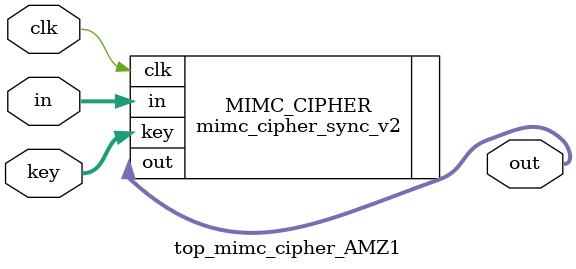
<source format=v>



module top_mimc_cipher_AMZ1 #(
	parameter N_BITS = 254
) (
	input clk,
	input  [N_BITS-1:0] in,
	input  [N_BITS-1:0] key,
	output [N_BITS-1:0] out
);

mimc_cipher_sync_v2 #(
	.N_BITS(N_BITS)
) MIMC_CIPHER (
	.clk(clk),
	.in(in),
	.key(key),
	.out(out)
);

endmodule

</source>
